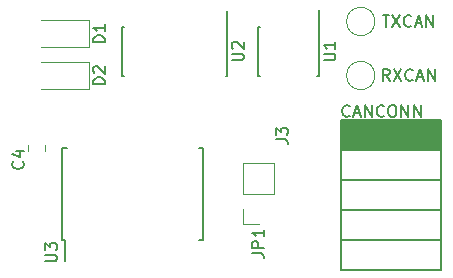
<source format=gto>
G04 #@! TF.GenerationSoftware,KiCad,Pcbnew,5.1.0*
G04 #@! TF.CreationDate,2019-04-19T22:08:28-04:00*
G04 #@! TF.ProjectId,usbdbg,75736264-6267-42e6-9b69-6361645f7063,rev?*
G04 #@! TF.SameCoordinates,Original*
G04 #@! TF.FileFunction,Legend,Top*
G04 #@! TF.FilePolarity,Positive*
%FSLAX46Y46*%
G04 Gerber Fmt 4.6, Leading zero omitted, Abs format (unit mm)*
G04 Created by KiCad (PCBNEW 5.1.0) date 2019-04-19 22:08:28*
%MOMM*%
%LPD*%
G04 APERTURE LIST*
%ADD10C,0.150000*%
%ADD11C,0.120000*%
G04 APERTURE END LIST*
D10*
X163147714Y-62841142D02*
X163100095Y-62888761D01*
X162957238Y-62936380D01*
X162862000Y-62936380D01*
X162719142Y-62888761D01*
X162623904Y-62793523D01*
X162576285Y-62698285D01*
X162528666Y-62507809D01*
X162528666Y-62364952D01*
X162576285Y-62174476D01*
X162623904Y-62079238D01*
X162719142Y-61984000D01*
X162862000Y-61936380D01*
X162957238Y-61936380D01*
X163100095Y-61984000D01*
X163147714Y-62031619D01*
X163528666Y-62650666D02*
X164004857Y-62650666D01*
X163433428Y-62936380D02*
X163766761Y-61936380D01*
X164100095Y-62936380D01*
X164433428Y-62936380D02*
X164433428Y-61936380D01*
X165004857Y-62936380D01*
X165004857Y-61936380D01*
X166052476Y-62841142D02*
X166004857Y-62888761D01*
X165862000Y-62936380D01*
X165766761Y-62936380D01*
X165623904Y-62888761D01*
X165528666Y-62793523D01*
X165481047Y-62698285D01*
X165433428Y-62507809D01*
X165433428Y-62364952D01*
X165481047Y-62174476D01*
X165528666Y-62079238D01*
X165623904Y-61984000D01*
X165766761Y-61936380D01*
X165862000Y-61936380D01*
X166004857Y-61984000D01*
X166052476Y-62031619D01*
X166671523Y-61936380D02*
X166862000Y-61936380D01*
X166957238Y-61984000D01*
X167052476Y-62079238D01*
X167100095Y-62269714D01*
X167100095Y-62603047D01*
X167052476Y-62793523D01*
X166957238Y-62888761D01*
X166862000Y-62936380D01*
X166671523Y-62936380D01*
X166576285Y-62888761D01*
X166481047Y-62793523D01*
X166433428Y-62603047D01*
X166433428Y-62269714D01*
X166481047Y-62079238D01*
X166576285Y-61984000D01*
X166671523Y-61936380D01*
X167528666Y-62936380D02*
X167528666Y-61936380D01*
X168100095Y-62936380D01*
X168100095Y-61936380D01*
X168576285Y-62936380D02*
X168576285Y-61936380D01*
X169147714Y-62936380D01*
X169147714Y-61936380D01*
D11*
X156778000Y-69443600D02*
X154118000Y-69443600D01*
X156778000Y-69443600D02*
X156778000Y-66843600D01*
X156778000Y-66843600D02*
X154118000Y-66843600D01*
X154118000Y-69443600D02*
X154118000Y-66843600D01*
X154118000Y-72043600D02*
X154118000Y-70713600D01*
X155448000Y-72043600D02*
X154118000Y-72043600D01*
X135942000Y-65279748D02*
X135942000Y-65802252D01*
X137362000Y-65279748D02*
X137362000Y-65802252D01*
D10*
X152761000Y-55329000D02*
X152761000Y-53954000D01*
X143886000Y-55329000D02*
X143886000Y-59479000D01*
X152786000Y-55329000D02*
X152786000Y-59479000D01*
X143886000Y-55329000D02*
X144001000Y-55329000D01*
X143886000Y-59479000D02*
X144001000Y-59479000D01*
X152786000Y-59479000D02*
X152671000Y-59479000D01*
X152786000Y-55329000D02*
X152761000Y-55329000D01*
X139080000Y-73343000D02*
X139080000Y-75168000D01*
X150730000Y-73343000D02*
X150730000Y-65593000D01*
X138830000Y-73343000D02*
X138830000Y-65593000D01*
X150730000Y-73343000D02*
X150385000Y-73343000D01*
X150730000Y-65593000D02*
X150385000Y-65593000D01*
X138830000Y-65593000D02*
X139175000Y-65593000D01*
X138830000Y-73343000D02*
X139080000Y-73343000D01*
X160513000Y-55329000D02*
X160513000Y-53929000D01*
X155413000Y-55329000D02*
X155413000Y-59479000D01*
X160563000Y-55329000D02*
X160563000Y-59479000D01*
X155413000Y-55329000D02*
X155558000Y-55329000D01*
X155413000Y-59479000D02*
X155558000Y-59479000D01*
X160563000Y-59479000D02*
X160418000Y-59479000D01*
X160563000Y-55329000D02*
X160513000Y-55329000D01*
D11*
X141107500Y-58301000D02*
X137047500Y-58301000D01*
X141107500Y-60571000D02*
X141107500Y-58301000D01*
X137047500Y-60571000D02*
X141107500Y-60571000D01*
X137047500Y-57015000D02*
X141107500Y-57015000D01*
X141107500Y-57015000D02*
X141107500Y-54745000D01*
X141107500Y-54745000D02*
X137047500Y-54745000D01*
X165284000Y-59436000D02*
G75*
G03X165284000Y-59436000I-1200000J0D01*
G01*
X165284000Y-54864000D02*
G75*
G03X165284000Y-54864000I-1200000J0D01*
G01*
D10*
X162420000Y-63246000D02*
X162420000Y-75946000D01*
X170920000Y-63246000D02*
X170920000Y-75946000D01*
X162420000Y-63246000D02*
X170920000Y-63246000D01*
X162420000Y-75946000D02*
X170920000Y-75946000D01*
X162420000Y-73406000D02*
X170920000Y-73406000D01*
X162420000Y-68326000D02*
X170920000Y-68326000D01*
X162420000Y-70866000D02*
X170920000Y-70866000D01*
X162420000Y-65786000D02*
X170920000Y-65786000D01*
G36*
X170865800Y-63296800D02*
G01*
X170865800Y-65735200D01*
X162483800Y-65735200D01*
X162483800Y-63296800D01*
X170865800Y-63296800D01*
G37*
X170865800Y-63296800D02*
X170865800Y-65735200D01*
X162483800Y-65735200D01*
X162483800Y-63296800D01*
X170865800Y-63296800D01*
X154900380Y-74493333D02*
X155614666Y-74493333D01*
X155757523Y-74540952D01*
X155852761Y-74636190D01*
X155900380Y-74779047D01*
X155900380Y-74874285D01*
X155900380Y-74017142D02*
X154900380Y-74017142D01*
X154900380Y-73636190D01*
X154948000Y-73540952D01*
X154995619Y-73493333D01*
X155090857Y-73445714D01*
X155233714Y-73445714D01*
X155328952Y-73493333D01*
X155376571Y-73540952D01*
X155424190Y-73636190D01*
X155424190Y-74017142D01*
X155900380Y-72493333D02*
X155900380Y-73064761D01*
X155900380Y-72779047D02*
X154900380Y-72779047D01*
X155043238Y-72874285D01*
X155138476Y-72969523D01*
X155186095Y-73064761D01*
X135485142Y-66714666D02*
X135532761Y-66762285D01*
X135580380Y-66905142D01*
X135580380Y-67000380D01*
X135532761Y-67143238D01*
X135437523Y-67238476D01*
X135342285Y-67286095D01*
X135151809Y-67333714D01*
X135008952Y-67333714D01*
X134818476Y-67286095D01*
X134723238Y-67238476D01*
X134628000Y-67143238D01*
X134580380Y-67000380D01*
X134580380Y-66905142D01*
X134628000Y-66762285D01*
X134675619Y-66714666D01*
X134913714Y-65857523D02*
X135580380Y-65857523D01*
X134532761Y-66095619D02*
X135247047Y-66333714D01*
X135247047Y-65714666D01*
X153163380Y-58165904D02*
X153972904Y-58165904D01*
X154068142Y-58118285D01*
X154115761Y-58070666D01*
X154163380Y-57975428D01*
X154163380Y-57784952D01*
X154115761Y-57689714D01*
X154068142Y-57642095D01*
X153972904Y-57594476D01*
X153163380Y-57594476D01*
X153258619Y-57165904D02*
X153211000Y-57118285D01*
X153163380Y-57023047D01*
X153163380Y-56784952D01*
X153211000Y-56689714D01*
X153258619Y-56642095D01*
X153353857Y-56594476D01*
X153449095Y-56594476D01*
X153591952Y-56642095D01*
X154163380Y-57213523D01*
X154163380Y-56594476D01*
X137357380Y-75183904D02*
X138166904Y-75183904D01*
X138262142Y-75136285D01*
X138309761Y-75088666D01*
X138357380Y-74993428D01*
X138357380Y-74802952D01*
X138309761Y-74707714D01*
X138262142Y-74660095D01*
X138166904Y-74612476D01*
X137357380Y-74612476D01*
X137357380Y-74231523D02*
X137357380Y-73612476D01*
X137738333Y-73945809D01*
X137738333Y-73802952D01*
X137785952Y-73707714D01*
X137833571Y-73660095D01*
X137928809Y-73612476D01*
X138166904Y-73612476D01*
X138262142Y-73660095D01*
X138309761Y-73707714D01*
X138357380Y-73802952D01*
X138357380Y-74088666D01*
X138309761Y-74183904D01*
X138262142Y-74231523D01*
X160940380Y-58165904D02*
X161749904Y-58165904D01*
X161845142Y-58118285D01*
X161892761Y-58070666D01*
X161940380Y-57975428D01*
X161940380Y-57784952D01*
X161892761Y-57689714D01*
X161845142Y-57642095D01*
X161749904Y-57594476D01*
X160940380Y-57594476D01*
X161940380Y-56594476D02*
X161940380Y-57165904D01*
X161940380Y-56880190D02*
X160940380Y-56880190D01*
X161083238Y-56975428D01*
X161178476Y-57070666D01*
X161226095Y-57165904D01*
X142438380Y-60174095D02*
X141438380Y-60174095D01*
X141438380Y-59936000D01*
X141486000Y-59793142D01*
X141581238Y-59697904D01*
X141676476Y-59650285D01*
X141866952Y-59602666D01*
X142009809Y-59602666D01*
X142200285Y-59650285D01*
X142295523Y-59697904D01*
X142390761Y-59793142D01*
X142438380Y-59936000D01*
X142438380Y-60174095D01*
X141533619Y-59221714D02*
X141486000Y-59174095D01*
X141438380Y-59078857D01*
X141438380Y-58840761D01*
X141486000Y-58745523D01*
X141533619Y-58697904D01*
X141628857Y-58650285D01*
X141724095Y-58650285D01*
X141866952Y-58697904D01*
X142438380Y-59269333D01*
X142438380Y-58650285D01*
X142438380Y-56618095D02*
X141438380Y-56618095D01*
X141438380Y-56380000D01*
X141486000Y-56237142D01*
X141581238Y-56141904D01*
X141676476Y-56094285D01*
X141866952Y-56046666D01*
X142009809Y-56046666D01*
X142200285Y-56094285D01*
X142295523Y-56141904D01*
X142390761Y-56237142D01*
X142438380Y-56380000D01*
X142438380Y-56618095D01*
X142438380Y-55094285D02*
X142438380Y-55665714D01*
X142438380Y-55380000D02*
X141438380Y-55380000D01*
X141581238Y-55475238D01*
X141676476Y-55570476D01*
X141724095Y-55665714D01*
X166528952Y-59888380D02*
X166195619Y-59412190D01*
X165957523Y-59888380D02*
X165957523Y-58888380D01*
X166338476Y-58888380D01*
X166433714Y-58936000D01*
X166481333Y-58983619D01*
X166528952Y-59078857D01*
X166528952Y-59221714D01*
X166481333Y-59316952D01*
X166433714Y-59364571D01*
X166338476Y-59412190D01*
X165957523Y-59412190D01*
X166862285Y-58888380D02*
X167528952Y-59888380D01*
X167528952Y-58888380D02*
X166862285Y-59888380D01*
X168481333Y-59793142D02*
X168433714Y-59840761D01*
X168290857Y-59888380D01*
X168195619Y-59888380D01*
X168052761Y-59840761D01*
X167957523Y-59745523D01*
X167909904Y-59650285D01*
X167862285Y-59459809D01*
X167862285Y-59316952D01*
X167909904Y-59126476D01*
X167957523Y-59031238D01*
X168052761Y-58936000D01*
X168195619Y-58888380D01*
X168290857Y-58888380D01*
X168433714Y-58936000D01*
X168481333Y-58983619D01*
X168862285Y-59602666D02*
X169338476Y-59602666D01*
X168767047Y-59888380D02*
X169100380Y-58888380D01*
X169433714Y-59888380D01*
X169767047Y-59888380D02*
X169767047Y-58888380D01*
X170338476Y-59888380D01*
X170338476Y-58888380D01*
X165933714Y-54316380D02*
X166505142Y-54316380D01*
X166219428Y-55316380D02*
X166219428Y-54316380D01*
X166743238Y-54316380D02*
X167409904Y-55316380D01*
X167409904Y-54316380D02*
X166743238Y-55316380D01*
X168362285Y-55221142D02*
X168314666Y-55268761D01*
X168171809Y-55316380D01*
X168076571Y-55316380D01*
X167933714Y-55268761D01*
X167838476Y-55173523D01*
X167790857Y-55078285D01*
X167743238Y-54887809D01*
X167743238Y-54744952D01*
X167790857Y-54554476D01*
X167838476Y-54459238D01*
X167933714Y-54364000D01*
X168076571Y-54316380D01*
X168171809Y-54316380D01*
X168314666Y-54364000D01*
X168362285Y-54411619D01*
X168743238Y-55030666D02*
X169219428Y-55030666D01*
X168648000Y-55316380D02*
X168981333Y-54316380D01*
X169314666Y-55316380D01*
X169648000Y-55316380D02*
X169648000Y-54316380D01*
X170219428Y-55316380D01*
X170219428Y-54316380D01*
X156932380Y-64849333D02*
X157646666Y-64849333D01*
X157789523Y-64896952D01*
X157884761Y-64992190D01*
X157932380Y-65135047D01*
X157932380Y-65230285D01*
X156932380Y-64468380D02*
X156932380Y-63849333D01*
X157313333Y-64182666D01*
X157313333Y-64039809D01*
X157360952Y-63944571D01*
X157408571Y-63896952D01*
X157503809Y-63849333D01*
X157741904Y-63849333D01*
X157837142Y-63896952D01*
X157884761Y-63944571D01*
X157932380Y-64039809D01*
X157932380Y-64325523D01*
X157884761Y-64420761D01*
X157837142Y-64468380D01*
M02*

</source>
